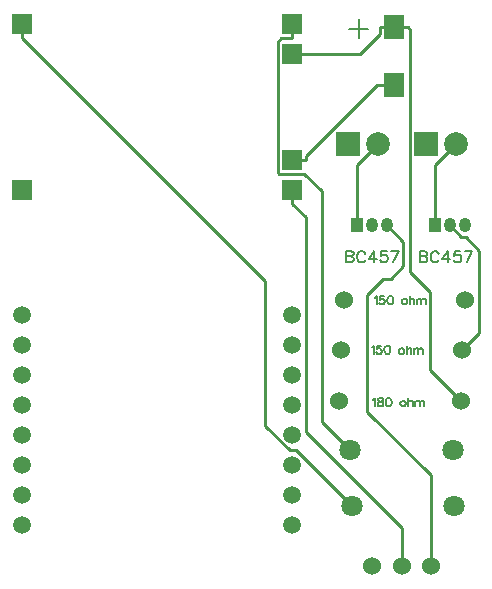
<source format=gtl>
G04 Layer: TopLayer*
G04 EasyEDA v6.5.47, 2024-10-06 10:13:02*
G04 ffcbb33f17924234841025c486cc4069,e014b3835f5d4d88964e6d66dd9d747e,10*
G04 Gerber Generator version 0.2*
G04 Scale: 100 percent, Rotated: No, Reflected: No *
G04 Dimensions in millimeters *
G04 leading zeros omitted , absolute positions ,4 integer and 5 decimal *
%FSLAX45Y45*%
%MOMM*%

%ADD10C,0.2032*%
%ADD11C,0.1500*%
%ADD12C,0.2540*%
%ADD13R,1.8000X2.0500*%
%ADD14C,1.8000*%
%ADD15R,2.0000X2.0000*%
%ADD16C,2.0000*%
%ADD17R,1.0000X1.2000*%
%ADD18O,0.9999979999999999X1.1999976*%
%ADD19C,1.5080*%
%ADD20R,1.8000X1.8000*%
%ADD21C,1.5240*%
%ADD22C,0.0100*%

%LPD*%
D10*
X4267200Y6234937D02*
G01*
X4267200Y6139434D01*
X4267200Y6234937D02*
G01*
X4308093Y6234937D01*
X4321809Y6230365D01*
X4326381Y6225794D01*
X4330954Y6216904D01*
X4330954Y6207760D01*
X4326381Y6198615D01*
X4321809Y6194044D01*
X4308093Y6189471D01*
X4267200Y6189471D02*
G01*
X4308093Y6189471D01*
X4321809Y6184900D01*
X4326381Y6180581D01*
X4330954Y6171437D01*
X4330954Y6157721D01*
X4326381Y6148578D01*
X4321809Y6144005D01*
X4308093Y6139434D01*
X4267200Y6139434D01*
X4428997Y6212331D02*
G01*
X4424425Y6221476D01*
X4415281Y6230365D01*
X4406391Y6234937D01*
X4388104Y6234937D01*
X4378959Y6230365D01*
X4369815Y6221476D01*
X4365497Y6212331D01*
X4360925Y6198615D01*
X4360925Y6176010D01*
X4365497Y6162294D01*
X4369815Y6153150D01*
X4378959Y6144005D01*
X4388104Y6139434D01*
X4406391Y6139434D01*
X4415281Y6144005D01*
X4424425Y6153150D01*
X4428997Y6162294D01*
X4504436Y6234937D02*
G01*
X4458970Y6171437D01*
X4527295Y6171437D01*
X4504436Y6234937D02*
G01*
X4504436Y6139434D01*
X4611624Y6234937D02*
G01*
X4566411Y6234937D01*
X4561840Y6194044D01*
X4566411Y6198615D01*
X4579874Y6203187D01*
X4593590Y6203187D01*
X4607306Y6198615D01*
X4616195Y6189471D01*
X4620768Y6176010D01*
X4620768Y6166865D01*
X4616195Y6153150D01*
X4607306Y6144005D01*
X4593590Y6139434D01*
X4579874Y6139434D01*
X4566411Y6144005D01*
X4561840Y6148578D01*
X4557268Y6157721D01*
X4714493Y6234937D02*
G01*
X4669027Y6139434D01*
X4650740Y6234937D02*
G01*
X4714493Y6234937D01*
X3644900Y6234937D02*
G01*
X3644900Y6139434D01*
X3644900Y6234937D02*
G01*
X3685793Y6234937D01*
X3699509Y6230365D01*
X3704081Y6225794D01*
X3708654Y6216904D01*
X3708654Y6207760D01*
X3704081Y6198615D01*
X3699509Y6194044D01*
X3685793Y6189471D01*
X3644900Y6189471D02*
G01*
X3685793Y6189471D01*
X3699509Y6184900D01*
X3704081Y6180581D01*
X3708654Y6171437D01*
X3708654Y6157721D01*
X3704081Y6148578D01*
X3699509Y6144005D01*
X3685793Y6139434D01*
X3644900Y6139434D01*
X3806697Y6212331D02*
G01*
X3802125Y6221476D01*
X3792981Y6230365D01*
X3784091Y6234937D01*
X3765804Y6234937D01*
X3756659Y6230365D01*
X3747515Y6221476D01*
X3743197Y6212331D01*
X3738625Y6198615D01*
X3738625Y6176010D01*
X3743197Y6162294D01*
X3747515Y6153150D01*
X3756659Y6144005D01*
X3765804Y6139434D01*
X3784091Y6139434D01*
X3792981Y6144005D01*
X3802125Y6153150D01*
X3806697Y6162294D01*
X3882136Y6234937D02*
G01*
X3836670Y6171437D01*
X3904995Y6171437D01*
X3882136Y6234937D02*
G01*
X3882136Y6139434D01*
X3989324Y6234937D02*
G01*
X3944111Y6234937D01*
X3939540Y6194044D01*
X3944111Y6198615D01*
X3957574Y6203187D01*
X3971290Y6203187D01*
X3985006Y6198615D01*
X3993895Y6189471D01*
X3998468Y6176010D01*
X3998468Y6166865D01*
X3993895Y6153150D01*
X3985006Y6144005D01*
X3971290Y6139434D01*
X3957574Y6139434D01*
X3944111Y6144005D01*
X3939540Y6148578D01*
X3934968Y6157721D01*
X4092193Y6234937D02*
G01*
X4046727Y6139434D01*
X4028440Y6234937D02*
G01*
X4092193Y6234937D01*
D11*
X3886200Y5840476D02*
G01*
X3893058Y5844031D01*
X3903218Y5854192D01*
X3903218Y5782563D01*
X3966718Y5854192D02*
G01*
X3932681Y5854192D01*
X3929125Y5823457D01*
X3932681Y5827013D01*
X3942841Y5830315D01*
X3953002Y5830315D01*
X3963161Y5827013D01*
X3970020Y5820155D01*
X3973575Y5809742D01*
X3973575Y5803137D01*
X3970020Y5792723D01*
X3963161Y5786120D01*
X3953002Y5782563D01*
X3942841Y5782563D01*
X3932681Y5786120D01*
X3929125Y5789421D01*
X3925824Y5796279D01*
X4016502Y5854192D02*
G01*
X4006088Y5850889D01*
X3999484Y5840476D01*
X3995927Y5823457D01*
X3995927Y5813297D01*
X3999484Y5796279D01*
X4006088Y5786120D01*
X4016502Y5782563D01*
X4023359Y5782563D01*
X4033520Y5786120D01*
X4040377Y5796279D01*
X4043679Y5813297D01*
X4043679Y5823457D01*
X4040377Y5840476D01*
X4033520Y5850889D01*
X4023359Y5854192D01*
X4016502Y5854192D01*
X4135627Y5830315D02*
G01*
X4129024Y5827013D01*
X4122165Y5820155D01*
X4118609Y5809742D01*
X4118609Y5803137D01*
X4122165Y5792723D01*
X4129024Y5786120D01*
X4135627Y5782563D01*
X4146041Y5782563D01*
X4152900Y5786120D01*
X4159504Y5792723D01*
X4163059Y5803137D01*
X4163059Y5809742D01*
X4159504Y5820155D01*
X4152900Y5827013D01*
X4146041Y5830315D01*
X4135627Y5830315D01*
X4185411Y5854192D02*
G01*
X4185411Y5782563D01*
X4185411Y5816600D02*
G01*
X4195825Y5827013D01*
X4202684Y5830315D01*
X4212843Y5830315D01*
X4219702Y5827013D01*
X4223004Y5816600D01*
X4223004Y5782563D01*
X4245609Y5830315D02*
G01*
X4245609Y5782563D01*
X4245609Y5816600D02*
G01*
X4255770Y5827013D01*
X4262627Y5830315D01*
X4272788Y5830315D01*
X4279645Y5827013D01*
X4282947Y5816600D01*
X4282947Y5782563D01*
X4282947Y5816600D02*
G01*
X4293361Y5827013D01*
X4299965Y5830315D01*
X4310379Y5830315D01*
X4316984Y5827013D01*
X4320540Y5816600D01*
X4320540Y5782563D01*
X3860800Y5421376D02*
G01*
X3867658Y5424931D01*
X3877818Y5435092D01*
X3877818Y5363463D01*
X3941318Y5435092D02*
G01*
X3907281Y5435092D01*
X3903725Y5404357D01*
X3907281Y5407913D01*
X3917441Y5411215D01*
X3927602Y5411215D01*
X3937761Y5407913D01*
X3944620Y5401055D01*
X3948175Y5390642D01*
X3948175Y5384037D01*
X3944620Y5373623D01*
X3937761Y5367020D01*
X3927602Y5363463D01*
X3917441Y5363463D01*
X3907281Y5367020D01*
X3903725Y5370321D01*
X3900424Y5377179D01*
X3991102Y5435092D02*
G01*
X3980688Y5431789D01*
X3974084Y5421376D01*
X3970527Y5404357D01*
X3970527Y5394197D01*
X3974084Y5377179D01*
X3980688Y5367020D01*
X3991102Y5363463D01*
X3997959Y5363463D01*
X4008120Y5367020D01*
X4014977Y5377179D01*
X4018279Y5394197D01*
X4018279Y5404357D01*
X4014977Y5421376D01*
X4008120Y5431789D01*
X3997959Y5435092D01*
X3991102Y5435092D01*
X4110227Y5411215D02*
G01*
X4103624Y5407913D01*
X4096765Y5401055D01*
X4093209Y5390642D01*
X4093209Y5384037D01*
X4096765Y5373623D01*
X4103624Y5367020D01*
X4110227Y5363463D01*
X4120641Y5363463D01*
X4127500Y5367020D01*
X4134104Y5373623D01*
X4137659Y5384037D01*
X4137659Y5390642D01*
X4134104Y5401055D01*
X4127500Y5407913D01*
X4120641Y5411215D01*
X4110227Y5411215D01*
X4160011Y5435092D02*
G01*
X4160011Y5363463D01*
X4160011Y5397500D02*
G01*
X4170425Y5407913D01*
X4177284Y5411215D01*
X4187443Y5411215D01*
X4194302Y5407913D01*
X4197604Y5397500D01*
X4197604Y5363463D01*
X4220209Y5411215D02*
G01*
X4220209Y5363463D01*
X4220209Y5397500D02*
G01*
X4230370Y5407913D01*
X4237227Y5411215D01*
X4247388Y5411215D01*
X4254245Y5407913D01*
X4257547Y5397500D01*
X4257547Y5363463D01*
X4257547Y5397500D02*
G01*
X4267961Y5407913D01*
X4274565Y5411215D01*
X4284979Y5411215D01*
X4291584Y5407913D01*
X4295140Y5397500D01*
X4295140Y5363463D01*
X3873500Y4976876D02*
G01*
X3880358Y4980431D01*
X3890518Y4990592D01*
X3890518Y4918963D01*
X3930141Y4990592D02*
G01*
X3919981Y4987289D01*
X3916425Y4980431D01*
X3916425Y4973573D01*
X3919981Y4966715D01*
X3926586Y4963413D01*
X3940302Y4959857D01*
X3950461Y4956555D01*
X3957320Y4949697D01*
X3960875Y4942839D01*
X3960875Y4932679D01*
X3957320Y4925821D01*
X3954018Y4922520D01*
X3943604Y4918963D01*
X3930141Y4918963D01*
X3919981Y4922520D01*
X3916425Y4925821D01*
X3913124Y4932679D01*
X3913124Y4942839D01*
X3916425Y4949697D01*
X3923284Y4956555D01*
X3933443Y4959857D01*
X3947159Y4963413D01*
X3954018Y4966715D01*
X3957320Y4973573D01*
X3957320Y4980431D01*
X3954018Y4987289D01*
X3943604Y4990592D01*
X3930141Y4990592D01*
X4003802Y4990592D02*
G01*
X3993388Y4987289D01*
X3986784Y4976876D01*
X3983227Y4959857D01*
X3983227Y4949697D01*
X3986784Y4932679D01*
X3993388Y4922520D01*
X4003802Y4918963D01*
X4010659Y4918963D01*
X4020820Y4922520D01*
X4027677Y4932679D01*
X4030979Y4949697D01*
X4030979Y4959857D01*
X4027677Y4976876D01*
X4020820Y4987289D01*
X4010659Y4990592D01*
X4003802Y4990592D01*
X4122927Y4966715D02*
G01*
X4116324Y4963413D01*
X4109465Y4956555D01*
X4105909Y4946142D01*
X4105909Y4939537D01*
X4109465Y4929123D01*
X4116324Y4922520D01*
X4122927Y4918963D01*
X4133341Y4918963D01*
X4140200Y4922520D01*
X4146804Y4929123D01*
X4150359Y4939537D01*
X4150359Y4946142D01*
X4146804Y4956555D01*
X4140200Y4963413D01*
X4133341Y4966715D01*
X4122927Y4966715D01*
X4172711Y4990592D02*
G01*
X4172711Y4918963D01*
X4172711Y4953000D02*
G01*
X4183125Y4963413D01*
X4189984Y4966715D01*
X4200143Y4966715D01*
X4207002Y4963413D01*
X4210304Y4953000D01*
X4210304Y4918963D01*
X4232909Y4966715D02*
G01*
X4232909Y4918963D01*
X4232909Y4953000D02*
G01*
X4243070Y4963413D01*
X4249927Y4966715D01*
X4260088Y4966715D01*
X4266945Y4963413D01*
X4270247Y4953000D01*
X4270247Y4918963D01*
X4270247Y4953000D02*
G01*
X4280661Y4963413D01*
X4287265Y4966715D01*
X4297679Y4966715D01*
X4304284Y4963413D01*
X4307840Y4953000D01*
X4307840Y4918963D01*
X3752088Y8200897D02*
G01*
X3752088Y8037321D01*
X3670300Y8119110D02*
G01*
X3833875Y8119110D01*
D12*
X3184906Y7008876D02*
G01*
X3302812Y7008876D01*
X3302812Y7008876D02*
G01*
X3302812Y7038339D01*
X3908679Y7644206D01*
X4051300Y7644206D01*
X3733800Y6451600D02*
G01*
X3733800Y6959600D01*
X3911600Y7137400D01*
X4364812Y3568700D02*
G01*
X4364812Y4335475D01*
X3825214Y4875072D01*
X3825214Y5864377D01*
X3956329Y5995492D01*
X4021658Y5995492D01*
X4130446Y6104280D01*
X4130446Y6308953D01*
X3987800Y6451600D01*
X3184906Y6754876D02*
G01*
X3184906Y6636969D01*
X4114800Y3568700D02*
G01*
X4114800Y3892880D01*
X3302812Y4704867D01*
X3302812Y6519062D01*
X3184906Y6636969D01*
X4051300Y8129193D02*
G01*
X3933393Y8129193D01*
X3184906Y7901762D02*
G01*
X3764915Y7901762D01*
X3933393Y8070240D01*
X3933393Y8129193D01*
X4051300Y8129193D02*
G01*
X4169232Y8129193D01*
X4617110Y4965700D02*
G01*
X4356125Y5226685D01*
X4356125Y5888634D01*
X4189907Y6054852D01*
X4189907Y8108518D01*
X4169232Y8129193D01*
X4394200Y6451600D02*
G01*
X4394200Y6959600D01*
X4572000Y7137400D01*
X4629810Y5397500D02*
G01*
X4770526Y5538215D01*
X4770526Y6238925D01*
X4656581Y6352870D01*
X4619929Y6352870D01*
X4521200Y6451600D01*
X3184906Y8154923D02*
G01*
X3184906Y8037017D01*
X3184906Y8037017D02*
G01*
X3096488Y8037017D01*
X3066821Y8007350D01*
X3066821Y6898182D01*
X3074212Y6890791D01*
X3286531Y6890791D01*
X3437813Y6739509D01*
X3437813Y4788585D01*
X3679799Y4546600D01*
X904494Y8154923D02*
G01*
X904494Y8037017D01*
X904494Y8037017D02*
G01*
X2958566Y5982944D01*
X2958566Y4754676D01*
X3166643Y4546600D01*
X3222599Y4546600D01*
X3692499Y4076700D01*
D13*
G01*
X4051325Y8129193D03*
G01*
X4051325Y7644206D03*
D14*
G01*
X3679799Y4546600D03*
G01*
X4549800Y4546600D03*
G01*
X3692499Y4076700D03*
G01*
X4562500Y4076700D03*
D15*
G01*
X3657600Y7137400D03*
D16*
G01*
X3911600Y7137400D03*
D15*
G01*
X4318000Y7137400D03*
D16*
G01*
X4572000Y7137400D03*
D17*
G01*
X3733800Y6451600D03*
D18*
G01*
X3860800Y6451600D03*
G01*
X3987800Y6451600D03*
D17*
G01*
X4394200Y6451600D03*
D18*
G01*
X4521200Y6451600D03*
G01*
X4648200Y6451600D03*
D19*
G01*
X3187700Y3911600D03*
G01*
X901700Y3911600D03*
G01*
X3187700Y5689600D03*
G01*
X3187700Y5435600D03*
G01*
X3187700Y5181600D03*
G01*
X3187700Y4927600D03*
G01*
X3187700Y4673600D03*
G01*
X3187700Y4419600D03*
G01*
X3187700Y4165600D03*
G01*
X901700Y5689600D03*
G01*
X901700Y5435600D03*
G01*
X901700Y5181600D03*
G01*
X901700Y4927600D03*
G01*
X901700Y4673600D03*
G01*
X901700Y4419600D03*
G01*
X901700Y4165600D03*
D20*
G01*
X904494Y8154923D03*
G01*
X904494Y6754876D03*
G01*
X3184906Y8154923D03*
G01*
X3184906Y6754876D03*
G01*
X3184906Y7901762D03*
G01*
X3184906Y7008876D03*
D21*
G01*
X3587089Y4965700D03*
G01*
X4617110Y4965700D03*
G01*
X3625189Y5816600D03*
G01*
X4655210Y5816600D03*
G01*
X3599789Y5397500D03*
G01*
X4629810Y5397500D03*
G01*
X4364786Y3568700D03*
G01*
X4114800Y3568700D03*
G01*
X3864813Y3568700D03*
M02*

</source>
